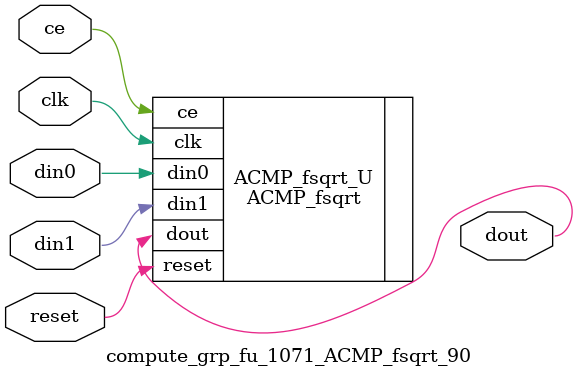
<source format=v>

`timescale 1 ns / 1 ps
module compute_grp_fu_1071_ACMP_fsqrt_90(
    clk,
    reset,
    ce,
    din0,
    din1,
    dout);

parameter ID = 32'd1;
parameter NUM_STAGE = 32'd1;
parameter din0_WIDTH = 32'd1;
parameter din1_WIDTH = 32'd1;
parameter dout_WIDTH = 32'd1;
input clk;
input reset;
input ce;
input[din0_WIDTH - 1:0] din0;
input[din1_WIDTH - 1:0] din1;
output[dout_WIDTH - 1:0] dout;



ACMP_fsqrt #(
.ID( ID ),
.NUM_STAGE( 8 ),
.din0_WIDTH( din0_WIDTH ),
.din1_WIDTH( din1_WIDTH ),
.dout_WIDTH( dout_WIDTH ))
ACMP_fsqrt_U(
    .clk( clk ),
    .reset( reset ),
    .ce( ce ),
    .din0( din0 ),
    .din1( din1 ),
    .dout( dout ));

endmodule

</source>
